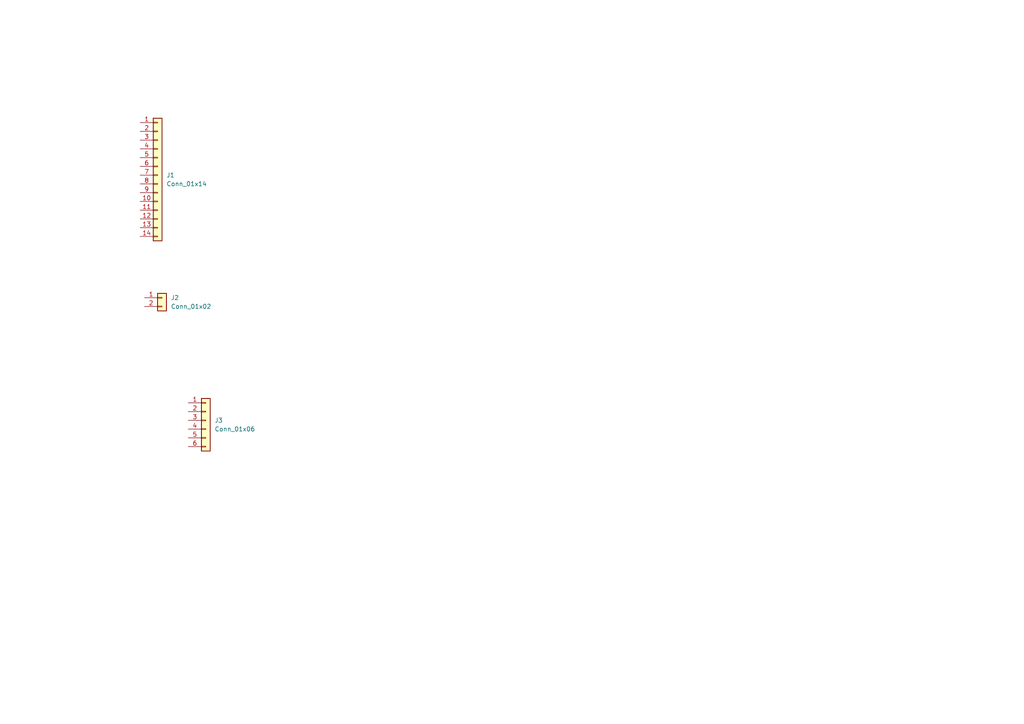
<source format=kicad_sch>
(kicad_sch (version 20250114) (generator "eeschema") (generator_version "9.0")
  (paper "A4")
  (lib_symbols
    (symbol "Connector_Generic:Conn_01x02" (pin_names (offset 1.016) (hide yes))
      (property "Reference" "J" (at 0 2.54 0))
      (property "Value" "Conn_01x02" (at 0 -5.08 0))
      (symbol "Conn_01x02_1_1"
        (rectangle (start -1.27 1.27) (end 1.27 -3.81) (stroke (width 0.254)) (fill (type background)))
        (rectangle (start -1.27 0.127) (end 0 -0.127) (stroke (width 0.1524)))
        (rectangle (start -1.27 -2.413) (end 0 -2.667) (stroke (width 0.1524)))
        (pin passive line (at -5.08 0 0) (length 3.81) (name "Pin_1") (number "1"))
        (pin passive line (at -5.08 -2.54 0) (length 3.81) (name "Pin_2") (number "2"))
      )
    )
    (symbol "Connector_Generic:Conn_01x06" (pin_names (offset 1.016) (hide yes))
      (property "Reference" "J" (at 0 7.62 0))
      (property "Value" "Conn_01x06" (at 0 -10.16 0))
      (symbol "Conn_01x06_1_1"
        (rectangle (start -1.27 6.35) (end 1.27 -8.89) (stroke (width 0.254)) (fill (type background)))
        (rectangle (start -1.27 5.207) (end 0 4.953) (stroke (width 0.1524)))
        (rectangle (start -1.27 2.667) (end 0 2.413) (stroke (width 0.1524)))
        (rectangle (start -1.27 0.127) (end 0 -0.127) (stroke (width 0.1524)))
        (rectangle (start -1.27 -2.413) (end 0 -2.667) (stroke (width 0.1524)))
        (rectangle (start -1.27 -4.953) (end 0 -5.207) (stroke (width 0.1524)))
        (rectangle (start -1.27 -7.493) (end 0 -7.747) (stroke (width 0.1524)))
        (pin passive line (at -5.08 5.08 0) (length 3.81) (name "Pin_1") (number "1"))
        (pin passive line (at -5.08 2.54 0) (length 3.81) (name "Pin_2") (number "2"))
        (pin passive line (at -5.08 0 0) (length 3.81) (name "Pin_3") (number "3"))
        (pin passive line (at -5.08 -2.54 0) (length 3.81) (name "Pin_4") (number "4"))
        (pin passive line (at -5.08 -5.08 0) (length 3.81) (name "Pin_5") (number "5"))
        (pin passive line (at -5.08 -7.62 0) (length 3.81) (name "Pin_6") (number "6"))
      )
    )
    (symbol "Connector_Generic:Conn_01x14" (pin_names (offset 1.016) (hide yes))
      (property "Reference" "J" (at 0 17.78 0))
      (property "Value" "Conn_01x14" (at 0 -20.32 0))
      (symbol "Conn_01x14_1_1"
        (rectangle (start -1.27 16.51) (end 1.27 -19.05) (stroke (width 0.254)) (fill (type background)))
        (rectangle (start -1.27 15.367) (end 0 15.113) (stroke (width 0.1524)))
        (rectangle (start -1.27 12.827) (end 0 12.573) (stroke (width 0.1524)))
        (rectangle (start -1.27 10.287) (end 0 10.033) (stroke (width 0.1524)))
        (rectangle (start -1.27 7.747) (end 0 7.493) (stroke (width 0.1524)))
        (rectangle (start -1.27 5.207) (end 0 4.953) (stroke (width 0.1524)))
        (rectangle (start -1.27 2.667) (end 0 2.413) (stroke (width 0.1524)))
        (rectangle (start -1.27 0.127) (end 0 -0.127) (stroke (width 0.1524)))
        (rectangle (start -1.27 -2.413) (end 0 -2.667) (stroke (width 0.1524)))
        (rectangle (start -1.27 -4.953) (end 0 -5.207) (stroke (width 0.1524)))
        (rectangle (start -1.27 -7.493) (end 0 -7.747) (stroke (width 0.1524)))
        (rectangle (start -1.27 -10.033) (end 0 -10.287) (stroke (width 0.1524)))
        (rectangle (start -1.27 -12.573) (end 0 -12.827) (stroke (width 0.1524)))
        (rectangle (start -1.27 -15.113) (end 0 -15.367) (stroke (width 0.1524)))
        (rectangle (start -1.27 -17.653) (end 0 -17.907) (stroke (width 0.1524)))
        (pin passive line (at -5.08 15.24 0) (length 3.81) (name "Pin_1") (number "1"))
        (pin passive line (at -5.08 12.7 0) (length 3.81) (name "Pin_2") (number "2"))
        (pin passive line (at -5.08 10.16 0) (length 3.81) (name "Pin_3") (number "3"))
        (pin passive line (at -5.08 7.62 0) (length 3.81) (name "Pin_4") (number "4"))
        (pin passive line (at -5.08 5.08 0) (length 3.81) (name "Pin_5") (number "5"))
        (pin passive line (at -5.08 2.54 0) (length 3.81) (name "Pin_6") (number "6"))
        (pin passive line (at -5.08 0 0) (length 3.81) (name "Pin_7") (number "7"))
        (pin passive line (at -5.08 -2.54 0) (length 3.81) (name "Pin_8") (number "8"))
        (pin passive line (at -5.08 -5.08 0) (length 3.81) (name "Pin_9") (number "9"))
        (pin passive line (at -5.08 -7.62 0) (length 3.81) (name "Pin_10") (number "10"))
        (pin passive line (at -5.08 -10.16 0) (length 3.81) (name "Pin_11") (number "11"))
        (pin passive line (at -5.08 -12.7 0) (length 3.81) (name "Pin_12") (number "12"))
        (pin passive line (at -5.08 -15.24 0) (length 3.81) (name "Pin_13") (number "13"))
        (pin passive line (at -5.08 -17.78 0) (length 3.81) (name "Pin_14") (number "14"))
      )
    )
  )
  (symbol (lib_id "Connector_Generic:Conn_01x06") (at 59.69 121.92 0) (unit 1)
    (property "Reference" "J3" (at 62.23 121.9199 0) (effects (justify left)))
    (property "Value" "Conn_01x06" (at 62.23 124.4599 0) (effects (justify left)))
    (property "Footprint" "Connector_Molex:Molex_Micro-Fit_3.0_43045-0621_2x03-1MP_P3.00mm_Horizontal" (effects (hide yes)))
    (property "Description" "Generic connector, single row, 01x06, script generated (kicad-library-utils/schlib/autogen/connector/)" (effects (hide yes)))
  )
  (symbol (lib_id "Connector_Generic:Conn_01x14") (at 45.72 50.8 0) (unit 1)
    (property "Reference" "J1" (at 48.26 50.7999 0) (effects (justify left)))
    (property "Value" "Conn_01x14" (at 48.26 53.3399 0) (effects (justify left)))
    (property "Footprint" "Connector_Molex:Molex_Micro-Fit_3.0_43045-1400_2x07_P3.00mm_Horizontal" (effects (hide yes)))
    (property "Description" "Generic connector, single row, 01x14, script generated (kicad-library-utils/schlib/autogen/connector/)" (effects (hide yes)))
  )
  (symbol (lib_id "Connector_Generic:Conn_01x02") (at 46.99 86.36 0) (unit 1)
    (property "Reference" "J2" (at 49.53 86.3599 0) (effects (justify left)))
    (property "Value" "Conn_01x02" (at 49.53 88.8999 0) (effects (justify left)))
    (property "Footprint" "Connector_Molex:Molex_Micro-Fit_3.0_43045-0200_2x01_P3.00mm_Horizontal" (effects (hide yes)))
    (property "Description" "Generic connector, single row, 01x02, script generated (kicad-library-utils/schlib/autogen/connector/)" (effects (hide yes)))
  )
)
</source>
